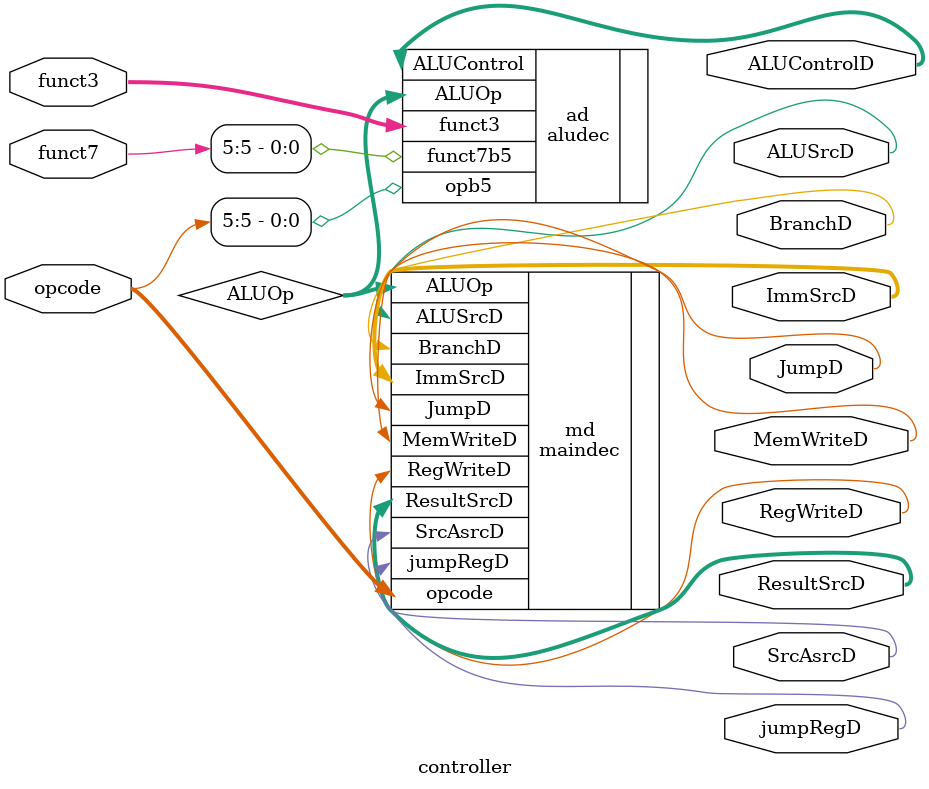
<source format=sv>
module controller (
    
    input logic  [6:0] opcode,
    input logic  [2:0] funct3,
    input logic  [6:0] funct7,

    output logic       RegWriteD,
    output logic [1:0] ResultSrcD,
    output logic       MemWriteD,
    output logic       JumpD,
    output logic       BranchD,
    output logic [3:0] ALUControlD,
    output logic       ALUSrcD,
    output logic [2:0] ImmSrcD,
    output logic       SrcAsrcD,
    output logic       jumpRegD
                   
    );

    logic [1:0] ALUOp;

    maindec md(

        .opcode     (opcode),
        .ResultSrcD (ResultSrcD),
        .MemWriteD  (MemWriteD),
        .BranchD    (BranchD),
        .ALUSrcD    (ALUSrcD),
        .RegWriteD  (RegWriteD),
        .JumpD      (JumpD),
        .ImmSrcD    (ImmSrcD),
        .ALUOp      (ALUOp),
        .SrcAsrcD   (SrcAsrcD),
        .jumpRegD   (jumpRegD)

    );

    aludec ad(

        .opb5       (opcode[5]),
        .funct3     (funct3),
        .funct7b5   (funct7[5]),
        .ALUOp      (ALUOp),
        .ALUControl (ALUControlD)

    );
    
endmodule

</source>
